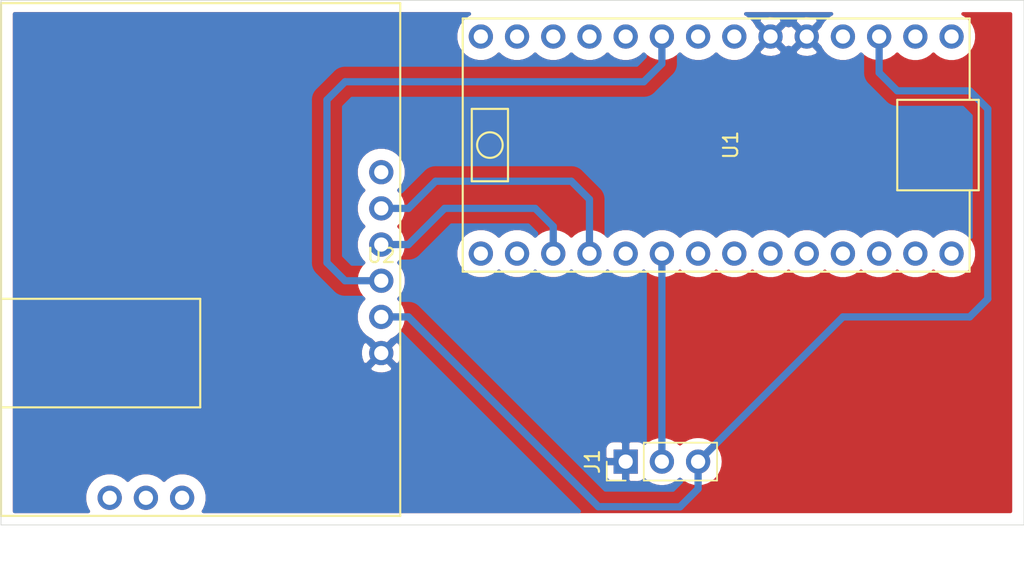
<source format=kicad_pcb>
(kicad_pcb (version 20171130) (host pcbnew "(5.1.0-0)")

  (general
    (thickness 1.6)
    (drawings 4)
    (tracks 31)
    (zones 0)
    (modules 3)
    (nets 7)
  )

  (page A4)
  (layers
    (0 F.Cu signal)
    (31 B.Cu signal)
    (32 B.Adhes user)
    (33 F.Adhes user)
    (34 B.Paste user)
    (35 F.Paste user)
    (36 B.SilkS user)
    (37 F.SilkS user)
    (38 B.Mask user)
    (39 F.Mask user)
    (40 Dwgs.User user)
    (41 Cmts.User user)
    (42 Eco1.User user)
    (43 Eco2.User user)
    (44 Edge.Cuts user)
    (45 Margin user)
    (46 B.CrtYd user)
    (47 F.CrtYd user)
    (48 B.Fab user)
    (49 F.Fab user)
  )

  (setup
    (last_trace_width 0.508)
    (user_trace_width 0.508)
    (trace_clearance 0.2)
    (zone_clearance 0.8)
    (zone_45_only no)
    (trace_min 0.2)
    (via_size 0.8)
    (via_drill 0.4)
    (via_min_size 0.4)
    (via_min_drill 0.3)
    (user_via 1.7 1)
    (uvia_size 0.3)
    (uvia_drill 0.1)
    (uvias_allowed no)
    (uvia_min_size 0.2)
    (uvia_min_drill 0.1)
    (edge_width 0.05)
    (segment_width 0.2)
    (pcb_text_width 0.3)
    (pcb_text_size 1.5 1.5)
    (mod_edge_width 0.12)
    (mod_text_size 1 1)
    (mod_text_width 0.15)
    (pad_size 1.524 1.524)
    (pad_drill 0.762)
    (pad_to_mask_clearance 0.051)
    (solder_mask_min_width 0.25)
    (aux_axis_origin 0 0)
    (visible_elements FFFFEF7F)
    (pcbplotparams
      (layerselection 0x01000_ffffffff)
      (usegerberextensions false)
      (usegerberattributes false)
      (usegerberadvancedattributes false)
      (creategerberjobfile false)
      (excludeedgelayer true)
      (linewidth 0.100000)
      (plotframeref false)
      (viasonmask false)
      (mode 1)
      (useauxorigin false)
      (hpglpennumber 1)
      (hpglpenspeed 20)
      (hpglpendiameter 15.000000)
      (psnegative false)
      (psa4output false)
      (plotreference true)
      (plotvalue true)
      (plotinvisibletext false)
      (padsonsilk false)
      (subtractmaskfromsilk false)
      (outputformat 1)
      (mirror false)
      (drillshape 0)
      (scaleselection 1)
      (outputdirectory ""))
  )

  (net 0 "")
  (net 1 GND)
  (net 2 "Net-(J1-Pad2)")
  (net 3 +3V3)
  (net 4 "Net-(U1-Pad3)")
  (net 5 "Net-(U1-Pad4)")
  (net 6 "Net-(U1-Pad23)")

  (net_class Default "This is the default net class."
    (clearance 0.2)
    (trace_width 0.25)
    (via_dia 0.8)
    (via_drill 0.4)
    (uvia_dia 0.3)
    (uvia_drill 0.1)
    (add_net +3V3)
    (add_net GND)
    (add_net "Net-(J1-Pad2)")
    (add_net "Net-(U1-Pad23)")
    (add_net "Net-(U1-Pad3)")
    (add_net "Net-(U1-Pad4)")
  )

  (module Connector_PinHeader_2.54mm:PinHeader_1x03_P2.54mm_Vertical (layer F.Cu) (tedit 59FED5CC) (tstamp 5CFDD28D)
    (at 153.035 113.665 90)
    (descr "Through hole straight pin header, 1x03, 2.54mm pitch, single row")
    (tags "Through hole pin header THT 1x03 2.54mm single row")
    (path /5CFE4D8F)
    (fp_text reference J1 (at 0 -2.33 90) (layer F.SilkS)
      (effects (font (size 1 1) (thickness 0.15)))
    )
    (fp_text value Conn_01x03_Female (at 0 7.41 90) (layer F.Fab)
      (effects (font (size 1 1) (thickness 0.15)))
    )
    (fp_line (start -0.635 -1.27) (end 1.27 -1.27) (layer F.Fab) (width 0.1))
    (fp_line (start 1.27 -1.27) (end 1.27 6.35) (layer F.Fab) (width 0.1))
    (fp_line (start 1.27 6.35) (end -1.27 6.35) (layer F.Fab) (width 0.1))
    (fp_line (start -1.27 6.35) (end -1.27 -0.635) (layer F.Fab) (width 0.1))
    (fp_line (start -1.27 -0.635) (end -0.635 -1.27) (layer F.Fab) (width 0.1))
    (fp_line (start -1.33 6.41) (end 1.33 6.41) (layer F.SilkS) (width 0.12))
    (fp_line (start -1.33 1.27) (end -1.33 6.41) (layer F.SilkS) (width 0.12))
    (fp_line (start 1.33 1.27) (end 1.33 6.41) (layer F.SilkS) (width 0.12))
    (fp_line (start -1.33 1.27) (end 1.33 1.27) (layer F.SilkS) (width 0.12))
    (fp_line (start -1.33 0) (end -1.33 -1.33) (layer F.SilkS) (width 0.12))
    (fp_line (start -1.33 -1.33) (end 0 -1.33) (layer F.SilkS) (width 0.12))
    (fp_line (start -1.8 -1.8) (end -1.8 6.85) (layer F.CrtYd) (width 0.05))
    (fp_line (start -1.8 6.85) (end 1.8 6.85) (layer F.CrtYd) (width 0.05))
    (fp_line (start 1.8 6.85) (end 1.8 -1.8) (layer F.CrtYd) (width 0.05))
    (fp_line (start 1.8 -1.8) (end -1.8 -1.8) (layer F.CrtYd) (width 0.05))
    (fp_text user %R (at 0 2.54 180) (layer F.Fab)
      (effects (font (size 1 1) (thickness 0.15)))
    )
    (pad 1 thru_hole rect (at 0 0 90) (size 1.7 1.7) (drill 1) (layers *.Cu *.Mask)
      (net 1 GND))
    (pad 2 thru_hole oval (at 0 2.54 90) (size 1.7 1.7) (drill 1) (layers *.Cu *.Mask)
      (net 2 "Net-(J1-Pad2)"))
    (pad 3 thru_hole oval (at 0 5.08 90) (size 1.7 1.7) (drill 1) (layers *.Cu *.Mask)
      (net 3 +3V3))
    (model ${KISYS3DMOD}/Connector_PinHeader_2.54mm.3dshapes/PinHeader_1x03_P2.54mm_Vertical.wrl
      (at (xyz 0 0 0))
      (scale (xyz 1 1 1))
      (rotate (xyz 0 0 0))
    )
  )

  (module "ECG Tile:Adafruit_Metro_Mini_328" (layer F.Cu) (tedit 5CF70130) (tstamp 5CFDD122)
    (at 160.655 91.44 90)
    (path /5CFD74AD)
    (fp_text reference U1 (at 0 -0.254 90) (layer F.SilkS)
      (effects (font (size 1 1) (thickness 0.15)))
    )
    (fp_text value Adafruit_Metro_Mini_328 (at 0 18.288 90) (layer F.Fab)
      (effects (font (size 1 1) (thickness 0.15)))
    )
    (fp_line (start -8.89 -19.05) (end 8.89 -19.05) (layer F.SilkS) (width 0.15))
    (fp_line (start 8.89 -19.05) (end 8.89 16.51) (layer F.SilkS) (width 0.15))
    (fp_line (start -8.89 16.51) (end -8.89 -19.05) (layer F.SilkS) (width 0.15))
    (fp_line (start -3.175 17.145) (end -3.175 11.43) (layer F.SilkS) (width 0.15))
    (fp_line (start -3.175 11.43) (end 3.175 11.43) (layer F.SilkS) (width 0.15))
    (fp_line (start 3.175 11.43) (end 3.175 17.145) (layer F.SilkS) (width 0.15))
    (fp_line (start 3.175 17.145) (end -3.175 17.145) (layer F.SilkS) (width 0.15))
    (fp_line (start -8.89 16.51) (end -3.175 16.51) (layer F.SilkS) (width 0.15))
    (fp_line (start 8.89 16.51) (end 3.175 16.51) (layer F.SilkS) (width 0.15))
    (fp_line (start -2.54 -18.415) (end 2.54 -18.415) (layer F.SilkS) (width 0.15))
    (fp_line (start 2.54 -18.415) (end 2.54 -15.875) (layer F.SilkS) (width 0.15))
    (fp_line (start 2.54 -15.875) (end -2.54 -15.875) (layer F.SilkS) (width 0.15))
    (fp_line (start -2.54 -15.875) (end -2.54 -18.415) (layer F.SilkS) (width 0.15))
    (fp_circle (center 0 -17.145) (end -0.635 -17.78) (layer F.SilkS) (width 0.15))
    (pad 1 thru_hole circle (at -7.62 -17.78 90) (size 1.7 1.7) (drill 1) (layers *.Cu *.Mask))
    (pad 2 thru_hole circle (at -7.62 -15.24 90) (size 1.7 1.7) (drill 1) (layers *.Cu *.Mask))
    (pad 3 thru_hole circle (at -7.62 -12.7 90) (size 1.7 1.7) (drill 1) (layers *.Cu *.Mask)
      (net 4 "Net-(U1-Pad3)"))
    (pad 4 thru_hole circle (at -7.62 -10.16 90) (size 1.7 1.7) (drill 1) (layers *.Cu *.Mask)
      (net 5 "Net-(U1-Pad4)"))
    (pad 5 thru_hole circle (at -7.62 -7.62 90) (size 1.7 1.7) (drill 1) (layers *.Cu *.Mask))
    (pad 6 thru_hole circle (at -7.62 -5.08 90) (size 1.7 1.7) (drill 1) (layers *.Cu *.Mask)
      (net 2 "Net-(J1-Pad2)"))
    (pad 7 thru_hole circle (at -7.62 -2.54 90) (size 1.7 1.7) (drill 1) (layers *.Cu *.Mask))
    (pad 8 thru_hole circle (at -7.62 0 90) (size 1.7 1.7) (drill 1) (layers *.Cu *.Mask))
    (pad 9 thru_hole circle (at -7.62 2.54 90) (size 1.7 1.7) (drill 1) (layers *.Cu *.Mask))
    (pad 10 thru_hole circle (at -7.62 5.08 90) (size 1.7 1.7) (drill 1) (layers *.Cu *.Mask))
    (pad 11 thru_hole circle (at -7.62 7.62 90) (size 1.7 1.7) (drill 1) (layers *.Cu *.Mask))
    (pad 12 thru_hole circle (at -7.62 10.16 90) (size 1.7 1.7) (drill 1) (layers *.Cu *.Mask))
    (pad 13 thru_hole circle (at -7.62 12.7 90) (size 1.7 1.7) (drill 1) (layers *.Cu *.Mask))
    (pad 14 thru_hole circle (at -7.62 15.24 90) (size 1.7 1.7) (drill 1) (layers *.Cu *.Mask))
    (pad 15 thru_hole circle (at 7.62 15.24 90) (size 1.7 1.7) (drill 1) (layers *.Cu *.Mask))
    (pad 16 thru_hole circle (at 7.62 12.7 90) (size 1.7 1.7) (drill 1) (layers *.Cu *.Mask))
    (pad 17 thru_hole circle (at 7.62 10.16 90) (size 1.7 1.7) (drill 1) (layers *.Cu *.Mask)
      (net 3 +3V3))
    (pad 18 thru_hole circle (at 7.62 7.62 90) (size 1.7 1.7) (drill 1) (layers *.Cu *.Mask))
    (pad 19 thru_hole circle (at 7.62 5.08 90) (size 1.7 1.7) (drill 1) (layers *.Cu *.Mask)
      (net 1 GND))
    (pad 20 thru_hole circle (at 7.62 2.54 90) (size 1.7 1.7) (drill 1) (layers *.Cu *.Mask)
      (net 1 GND))
    (pad 21 thru_hole circle (at 7.62 0 90) (size 1.7 1.7) (drill 1) (layers *.Cu *.Mask))
    (pad 22 thru_hole circle (at 7.62 -2.54 90) (size 1.7 1.7) (drill 1) (layers *.Cu *.Mask))
    (pad 23 thru_hole circle (at 7.62 -5.08 90) (size 1.7 1.7) (drill 1) (layers *.Cu *.Mask)
      (net 6 "Net-(U1-Pad23)"))
    (pad 24 thru_hole circle (at 7.62 -7.62 90) (size 1.7 1.7) (drill 1) (layers *.Cu *.Mask))
    (pad 25 thru_hole circle (at 7.62 -10.16 90) (size 1.7 1.7) (drill 1) (layers *.Cu *.Mask))
    (pad 26 thru_hole circle (at 7.62 -12.7 90) (size 1.7 1.7) (drill 1) (layers *.Cu *.Mask))
    (pad 27 thru_hole circle (at 7.62 -15.24 90) (size 1.7 1.7) (drill 1) (layers *.Cu *.Mask))
    (pad 28 thru_hole circle (at 7.62 -17.78 90) (size 1.7 1.7) (drill 1) (layers *.Cu *.Mask))
  )

  (module "ECG Tile:AD8232_Heart_Monitor_Sparkfun_Breakout" (layer F.Cu) (tedit 5CFD7916) (tstamp 5CFDCAE0)
    (at 123.19 99.695 180)
    (path /5CFDAC00)
    (fp_text reference U2 (at -12.7 0.5 180) (layer F.SilkS)
      (effects (font (size 1 1) (thickness 0.15)))
    )
    (fp_text value AD8232_Heart_Monitor_Sparkfun_Breakout (at -6.35 1.27 270) (layer F.Fab)
      (effects (font (size 1 1) (thickness 0.15)))
    )
    (fp_line (start 13.97 -17.78) (end -14.03 -17.78) (layer F.SilkS) (width 0.15))
    (fp_line (start -14.03 -17.78) (end -14.03 18.22) (layer F.SilkS) (width 0.15))
    (fp_line (start -14.03 18.22) (end 13.97 18.22) (layer F.SilkS) (width 0.15))
    (fp_line (start 13.97 18.22) (end 13.97 -17.78) (layer F.SilkS) (width 0.15))
    (fp_line (start 13.97 -10.16) (end 0 -10.16) (layer F.SilkS) (width 0.15))
    (fp_line (start 0 -10.16) (end 0 -2.54) (layer F.SilkS) (width 0.15))
    (fp_line (start 0 -2.54) (end 13.97 -2.54) (layer F.SilkS) (width 0.15))
    (pad 1 thru_hole circle (at -12.7 -6.35 180) (size 1.7 1.7) (drill 1) (layers *.Cu *.Mask)
      (net 1 GND))
    (pad 2 thru_hole circle (at -12.7 -3.81 180) (size 1.7 1.7) (drill 1) (layers *.Cu *.Mask)
      (net 3 +3V3))
    (pad 3 thru_hole circle (at -12.7 -1.27 180) (size 1.7 1.7) (drill 1) (layers *.Cu *.Mask)
      (net 6 "Net-(U1-Pad23)"))
    (pad 4 thru_hole circle (at -12.7 1.27 180) (size 1.7 1.7) (drill 1) (layers *.Cu *.Mask)
      (net 4 "Net-(U1-Pad3)"))
    (pad 5 thru_hole circle (at -12.7 3.81 180) (size 1.7 1.7) (drill 1) (layers *.Cu *.Mask)
      (net 5 "Net-(U1-Pad4)"))
    (pad 6 thru_hole circle (at -12.7 6.35 180) (size 1.7 1.7) (drill 1) (layers *.Cu *.Mask))
    (pad 7 thru_hole circle (at 6.35 -16.51 180) (size 1.7 1.7) (drill 1) (layers *.Cu *.Mask))
    (pad 8 thru_hole circle (at 3.81 -16.51 180) (size 1.7 1.7) (drill 1) (layers *.Cu *.Mask))
    (pad 9 thru_hole circle (at 1.27 -16.51 180) (size 1.7 1.7) (drill 1) (layers *.Cu *.Mask))
  )

  (gr_line (start 109.22 118.11) (end 109.22 81.28) (layer Edge.Cuts) (width 0.05) (tstamp 5CFDD03A))
  (gr_line (start 180.975 118.11) (end 109.22 118.11) (layer Edge.Cuts) (width 0.05) (tstamp 5CFDD31C))
  (gr_line (start 180.975 81.28) (end 180.975 118.11) (layer Edge.Cuts) (width 0.05) (tstamp 5CFDD328))
  (gr_line (start 109.22 81.28) (end 180.975 81.28) (layer Edge.Cuts) (width 0.05) (tstamp 5CFDD31F))

  (segment (start 155.575 99.06) (end 155.575 113.665) (width 0.508) (layer B.Cu) (net 2))
  (segment (start 170.815 86.36) (end 170.815 83.82) (width 0.508) (layer B.Cu) (net 3))
  (segment (start 172.085 87.63) (end 170.815 86.36) (width 0.508) (layer B.Cu) (net 3))
  (segment (start 177.165 87.63) (end 172.085 87.63) (width 0.508) (layer B.Cu) (net 3))
  (segment (start 178.435 88.9) (end 177.165 87.63) (width 0.508) (layer B.Cu) (net 3))
  (segment (start 178.435 102.235) (end 178.435 88.9) (width 0.508) (layer B.Cu) (net 3))
  (segment (start 177.165 103.505) (end 178.435 102.235) (width 0.508) (layer B.Cu) (net 3))
  (segment (start 168.275 103.505) (end 177.165 103.505) (width 0.508) (layer B.Cu) (net 3))
  (segment (start 158.115 113.665) (end 168.275 103.505) (width 0.508) (layer B.Cu) (net 3))
  (segment (start 137.795 103.505) (end 135.89 103.505) (width 0.508) (layer B.Cu) (net 3))
  (segment (start 151.116233 116.826233) (end 137.795 103.505) (width 0.508) (layer B.Cu) (net 3))
  (segment (start 156.845 116.84) (end 151.116233 116.826233) (width 0.508) (layer B.Cu) (net 3))
  (segment (start 158.115 115.57) (end 156.845 116.84) (width 0.508) (layer B.Cu) (net 3))
  (segment (start 158.115 113.665) (end 158.115 115.57) (width 0.508) (layer B.Cu) (net 3))
  (segment (start 137.795 98.425) (end 135.89 98.425) (width 0.508) (layer B.Cu) (net 4))
  (segment (start 140.335 95.885) (end 137.795 98.425) (width 0.508) (layer B.Cu) (net 4))
  (segment (start 146.685 95.885) (end 140.335 95.885) (width 0.508) (layer B.Cu) (net 4))
  (segment (start 147.955 97.155) (end 146.685 95.885) (width 0.508) (layer B.Cu) (net 4))
  (segment (start 147.955 99.06) (end 147.955 97.155) (width 0.508) (layer B.Cu) (net 4))
  (segment (start 149.225 93.98) (end 150.495 95.25) (width 0.508) (layer B.Cu) (net 5))
  (segment (start 139.7 93.98) (end 149.225 93.98) (width 0.508) (layer B.Cu) (net 5))
  (segment (start 137.795 95.885) (end 139.7 93.98) (width 0.508) (layer B.Cu) (net 5))
  (segment (start 150.495 95.25) (end 150.495 99.06) (width 0.508) (layer B.Cu) (net 5))
  (segment (start 135.89 95.885) (end 137.795 95.885) (width 0.508) (layer B.Cu) (net 5))
  (segment (start 135.89 100.965) (end 133.35 100.965) (width 0.508) (layer B.Cu) (net 6))
  (segment (start 133.35 100.965) (end 132.08 99.695) (width 0.508) (layer B.Cu) (net 6))
  (segment (start 132.08 99.695) (end 132.08 88.265) (width 0.508) (layer B.Cu) (net 6))
  (segment (start 132.08 88.265) (end 133.35 86.995) (width 0.508) (layer B.Cu) (net 6))
  (segment (start 133.35 86.995) (end 154.305 86.995) (width 0.508) (layer B.Cu) (net 6))
  (segment (start 155.575 85.725) (end 155.575 83.82) (width 0.508) (layer B.Cu) (net 6))
  (segment (start 154.305 86.995) (end 155.575 85.725) (width 0.508) (layer B.Cu) (net 6))

  (zone (net 1) (net_name GND) (layer F.Cu) (tstamp 5CFDD5E5) (hatch edge 0.508)
    (connect_pads (clearance 0.8))
    (min_thickness 0.254)
    (fill yes (arc_segments 32) (thermal_gap 0.508) (thermal_bridge_width 0.508))
    (polygon
      (pts
        (xy 109.22 81.28) (xy 180.975 81.28) (xy 180.975 118.11) (xy 109.22 118.11)
      )
    )
    (filled_polygon
      (pts
        (xy 142.033275 82.245243) (xy 141.742229 82.439714) (xy 141.494714 82.687229) (xy 141.300243 82.978275) (xy 141.166289 83.301668)
        (xy 141.098 83.644981) (xy 141.098 83.995019) (xy 141.166289 84.338332) (xy 141.300243 84.661725) (xy 141.494714 84.952771)
        (xy 141.742229 85.200286) (xy 142.033275 85.394757) (xy 142.356668 85.528711) (xy 142.699981 85.597) (xy 143.050019 85.597)
        (xy 143.393332 85.528711) (xy 143.716725 85.394757) (xy 144.007771 85.200286) (xy 144.145 85.063057) (xy 144.282229 85.200286)
        (xy 144.573275 85.394757) (xy 144.896668 85.528711) (xy 145.239981 85.597) (xy 145.590019 85.597) (xy 145.933332 85.528711)
        (xy 146.256725 85.394757) (xy 146.547771 85.200286) (xy 146.685 85.063057) (xy 146.822229 85.200286) (xy 147.113275 85.394757)
        (xy 147.436668 85.528711) (xy 147.779981 85.597) (xy 148.130019 85.597) (xy 148.473332 85.528711) (xy 148.796725 85.394757)
        (xy 149.087771 85.200286) (xy 149.225 85.063057) (xy 149.362229 85.200286) (xy 149.653275 85.394757) (xy 149.976668 85.528711)
        (xy 150.319981 85.597) (xy 150.670019 85.597) (xy 151.013332 85.528711) (xy 151.336725 85.394757) (xy 151.627771 85.200286)
        (xy 151.765 85.063057) (xy 151.902229 85.200286) (xy 152.193275 85.394757) (xy 152.516668 85.528711) (xy 152.859981 85.597)
        (xy 153.210019 85.597) (xy 153.553332 85.528711) (xy 153.876725 85.394757) (xy 154.167771 85.200286) (xy 154.305 85.063057)
        (xy 154.442229 85.200286) (xy 154.733275 85.394757) (xy 155.056668 85.528711) (xy 155.399981 85.597) (xy 155.750019 85.597)
        (xy 156.093332 85.528711) (xy 156.416725 85.394757) (xy 156.707771 85.200286) (xy 156.845 85.063057) (xy 156.982229 85.200286)
        (xy 157.273275 85.394757) (xy 157.596668 85.528711) (xy 157.939981 85.597) (xy 158.290019 85.597) (xy 158.633332 85.528711)
        (xy 158.956725 85.394757) (xy 159.247771 85.200286) (xy 159.385 85.063057) (xy 159.522229 85.200286) (xy 159.813275 85.394757)
        (xy 160.136668 85.528711) (xy 160.479981 85.597) (xy 160.830019 85.597) (xy 161.173332 85.528711) (xy 161.496725 85.394757)
        (xy 161.787771 85.200286) (xy 162.035286 84.952771) (xy 162.105026 84.848397) (xy 162.346208 84.848397) (xy 162.423843 85.097472)
        (xy 162.687883 85.223371) (xy 162.971411 85.295339) (xy 163.263531 85.310611) (xy 163.553019 85.268599) (xy 163.828747 85.170919)
        (xy 163.966157 85.097472) (xy 164.043792 84.848397) (xy 164.886208 84.848397) (xy 164.963843 85.097472) (xy 165.227883 85.223371)
        (xy 165.511411 85.295339) (xy 165.803531 85.310611) (xy 166.093019 85.268599) (xy 166.368747 85.170919) (xy 166.506157 85.097472)
        (xy 166.583792 84.848397) (xy 165.735 83.999605) (xy 164.886208 84.848397) (xy 164.043792 84.848397) (xy 163.195 83.999605)
        (xy 162.346208 84.848397) (xy 162.105026 84.848397) (xy 162.229757 84.661725) (xy 162.269417 84.565978) (xy 163.015395 83.82)
        (xy 163.374605 83.82) (xy 164.223397 84.668792) (xy 164.465 84.593486) (xy 164.706603 84.668792) (xy 165.555395 83.82)
        (xy 164.706603 82.971208) (xy 164.465 83.046514) (xy 164.223397 82.971208) (xy 163.374605 83.82) (xy 163.015395 83.82)
        (xy 162.269417 83.074022) (xy 162.229757 82.978275) (xy 162.105027 82.791603) (xy 162.346208 82.791603) (xy 163.195 83.640395)
        (xy 164.043792 82.791603) (xy 164.886208 82.791603) (xy 165.735 83.640395) (xy 166.583792 82.791603) (xy 166.506157 82.542528)
        (xy 166.242117 82.416629) (xy 165.958589 82.344661) (xy 165.666469 82.329389) (xy 165.376981 82.371401) (xy 165.101253 82.469081)
        (xy 164.963843 82.542528) (xy 164.886208 82.791603) (xy 164.043792 82.791603) (xy 163.966157 82.542528) (xy 163.702117 82.416629)
        (xy 163.418589 82.344661) (xy 163.126469 82.329389) (xy 162.836981 82.371401) (xy 162.561253 82.469081) (xy 162.423843 82.542528)
        (xy 162.346208 82.791603) (xy 162.105027 82.791603) (xy 162.035286 82.687229) (xy 161.787771 82.439714) (xy 161.496725 82.245243)
        (xy 161.464754 82.232) (xy 167.465246 82.232) (xy 167.433275 82.245243) (xy 167.142229 82.439714) (xy 166.894714 82.687229)
        (xy 166.700243 82.978275) (xy 166.660583 83.074022) (xy 165.914605 83.82) (xy 166.660583 84.565978) (xy 166.700243 84.661725)
        (xy 166.894714 84.952771) (xy 167.142229 85.200286) (xy 167.433275 85.394757) (xy 167.756668 85.528711) (xy 168.099981 85.597)
        (xy 168.450019 85.597) (xy 168.793332 85.528711) (xy 169.116725 85.394757) (xy 169.407771 85.200286) (xy 169.545 85.063057)
        (xy 169.682229 85.200286) (xy 169.973275 85.394757) (xy 170.296668 85.528711) (xy 170.639981 85.597) (xy 170.990019 85.597)
        (xy 171.333332 85.528711) (xy 171.656725 85.394757) (xy 171.947771 85.200286) (xy 172.085 85.063057) (xy 172.222229 85.200286)
        (xy 172.513275 85.394757) (xy 172.836668 85.528711) (xy 173.179981 85.597) (xy 173.530019 85.597) (xy 173.873332 85.528711)
        (xy 174.196725 85.394757) (xy 174.487771 85.200286) (xy 174.625 85.063057) (xy 174.762229 85.200286) (xy 175.053275 85.394757)
        (xy 175.376668 85.528711) (xy 175.719981 85.597) (xy 176.070019 85.597) (xy 176.413332 85.528711) (xy 176.736725 85.394757)
        (xy 177.027771 85.200286) (xy 177.275286 84.952771) (xy 177.469757 84.661725) (xy 177.603711 84.338332) (xy 177.672 83.995019)
        (xy 177.672 83.644981) (xy 177.603711 83.301668) (xy 177.469757 82.978275) (xy 177.275286 82.687229) (xy 177.027771 82.439714)
        (xy 176.736725 82.245243) (xy 176.704754 82.232) (xy 180.023 82.232) (xy 180.023001 117.158) (xy 123.420405 117.158)
        (xy 123.494757 117.046725) (xy 123.628711 116.723332) (xy 123.697 116.380019) (xy 123.697 116.029981) (xy 123.628711 115.686668)
        (xy 123.494757 115.363275) (xy 123.300286 115.072229) (xy 123.052771 114.824714) (xy 122.761725 114.630243) (xy 122.483505 114.515)
        (xy 151.546928 114.515) (xy 151.559188 114.639482) (xy 151.595498 114.75918) (xy 151.654463 114.869494) (xy 151.733815 114.966185)
        (xy 151.830506 115.045537) (xy 151.94082 115.104502) (xy 152.060518 115.140812) (xy 152.185 115.153072) (xy 152.74925 115.15)
        (xy 152.908 114.99125) (xy 152.908 113.792) (xy 151.70875 113.792) (xy 151.55 113.95075) (xy 151.546928 114.515)
        (xy 122.483505 114.515) (xy 122.438332 114.496289) (xy 122.095019 114.428) (xy 121.744981 114.428) (xy 121.401668 114.496289)
        (xy 121.078275 114.630243) (xy 120.787229 114.824714) (xy 120.65 114.961943) (xy 120.512771 114.824714) (xy 120.221725 114.630243)
        (xy 119.898332 114.496289) (xy 119.555019 114.428) (xy 119.204981 114.428) (xy 118.861668 114.496289) (xy 118.538275 114.630243)
        (xy 118.247229 114.824714) (xy 118.11 114.961943) (xy 117.972771 114.824714) (xy 117.681725 114.630243) (xy 117.358332 114.496289)
        (xy 117.015019 114.428) (xy 116.664981 114.428) (xy 116.321668 114.496289) (xy 115.998275 114.630243) (xy 115.707229 114.824714)
        (xy 115.459714 115.072229) (xy 115.265243 115.363275) (xy 115.131289 115.686668) (xy 115.063 116.029981) (xy 115.063 116.380019)
        (xy 115.131289 116.723332) (xy 115.265243 117.046725) (xy 115.339595 117.158) (xy 110.172 117.158) (xy 110.172 112.815)
        (xy 151.546928 112.815) (xy 151.55 113.37925) (xy 151.70875 113.538) (xy 152.908 113.538) (xy 152.908 112.33875)
        (xy 153.162 112.33875) (xy 153.162 113.538) (xy 153.182 113.538) (xy 153.182 113.792) (xy 153.162 113.792)
        (xy 153.162 114.99125) (xy 153.32075 115.15) (xy 153.885 115.153072) (xy 154.009482 115.140812) (xy 154.12918 115.104502)
        (xy 154.239494 115.045537) (xy 154.336185 114.966185) (xy 154.345527 114.954801) (xy 154.582975 115.14967) (xy 154.891681 115.314677)
        (xy 155.226647 115.416288) (xy 155.487704 115.442) (xy 155.662296 115.442) (xy 155.923353 115.416288) (xy 156.258319 115.314677)
        (xy 156.567025 115.14967) (xy 156.837608 114.927608) (xy 156.845 114.918601) (xy 156.852392 114.927608) (xy 157.122975 115.14967)
        (xy 157.431681 115.314677) (xy 157.766647 115.416288) (xy 158.027704 115.442) (xy 158.202296 115.442) (xy 158.463353 115.416288)
        (xy 158.798319 115.314677) (xy 159.107025 115.14967) (xy 159.377608 114.927608) (xy 159.59967 114.657025) (xy 159.764677 114.348319)
        (xy 159.866288 114.013353) (xy 159.900598 113.665) (xy 159.866288 113.316647) (xy 159.764677 112.981681) (xy 159.59967 112.672975)
        (xy 159.377608 112.402392) (xy 159.107025 112.18033) (xy 158.798319 112.015323) (xy 158.463353 111.913712) (xy 158.202296 111.888)
        (xy 158.027704 111.888) (xy 157.766647 111.913712) (xy 157.431681 112.015323) (xy 157.122975 112.18033) (xy 156.852392 112.402392)
        (xy 156.845 112.411399) (xy 156.837608 112.402392) (xy 156.567025 112.18033) (xy 156.258319 112.015323) (xy 155.923353 111.913712)
        (xy 155.662296 111.888) (xy 155.487704 111.888) (xy 155.226647 111.913712) (xy 154.891681 112.015323) (xy 154.582975 112.18033)
        (xy 154.345527 112.375199) (xy 154.336185 112.363815) (xy 154.239494 112.284463) (xy 154.12918 112.225498) (xy 154.009482 112.189188)
        (xy 153.885 112.176928) (xy 153.32075 112.18) (xy 153.162 112.33875) (xy 152.908 112.33875) (xy 152.74925 112.18)
        (xy 152.185 112.176928) (xy 152.060518 112.189188) (xy 151.94082 112.225498) (xy 151.830506 112.284463) (xy 151.733815 112.363815)
        (xy 151.654463 112.460506) (xy 151.595498 112.57082) (xy 151.559188 112.690518) (xy 151.546928 112.815) (xy 110.172 112.815)
        (xy 110.172 107.073397) (xy 135.041208 107.073397) (xy 135.118843 107.322472) (xy 135.382883 107.448371) (xy 135.666411 107.520339)
        (xy 135.958531 107.535611) (xy 136.248019 107.493599) (xy 136.523747 107.395919) (xy 136.661157 107.322472) (xy 136.738792 107.073397)
        (xy 135.89 106.224605) (xy 135.041208 107.073397) (xy 110.172 107.073397) (xy 110.172 106.113531) (xy 134.399389 106.113531)
        (xy 134.441401 106.403019) (xy 134.539081 106.678747) (xy 134.612528 106.816157) (xy 134.861603 106.893792) (xy 135.710395 106.045)
        (xy 136.069605 106.045) (xy 136.918397 106.893792) (xy 137.167472 106.816157) (xy 137.293371 106.552117) (xy 137.365339 106.268589)
        (xy 137.380611 105.976469) (xy 137.338599 105.686981) (xy 137.240919 105.411253) (xy 137.167472 105.273843) (xy 136.918397 105.196208)
        (xy 136.069605 106.045) (xy 135.710395 106.045) (xy 134.861603 105.196208) (xy 134.612528 105.273843) (xy 134.486629 105.537883)
        (xy 134.414661 105.821411) (xy 134.399389 106.113531) (xy 110.172 106.113531) (xy 110.172 93.169981) (xy 134.113 93.169981)
        (xy 134.113 93.520019) (xy 134.181289 93.863332) (xy 134.315243 94.186725) (xy 134.509714 94.477771) (xy 134.646943 94.615)
        (xy 134.509714 94.752229) (xy 134.315243 95.043275) (xy 134.181289 95.366668) (xy 134.113 95.709981) (xy 134.113 96.060019)
        (xy 134.181289 96.403332) (xy 134.315243 96.726725) (xy 134.509714 97.017771) (xy 134.646943 97.155) (xy 134.509714 97.292229)
        (xy 134.315243 97.583275) (xy 134.181289 97.906668) (xy 134.113 98.249981) (xy 134.113 98.600019) (xy 134.181289 98.943332)
        (xy 134.315243 99.266725) (xy 134.509714 99.557771) (xy 134.646943 99.695) (xy 134.509714 99.832229) (xy 134.315243 100.123275)
        (xy 134.181289 100.446668) (xy 134.113 100.789981) (xy 134.113 101.140019) (xy 134.181289 101.483332) (xy 134.315243 101.806725)
        (xy 134.509714 102.097771) (xy 134.646943 102.235) (xy 134.509714 102.372229) (xy 134.315243 102.663275) (xy 134.181289 102.986668)
        (xy 134.113 103.329981) (xy 134.113 103.680019) (xy 134.181289 104.023332) (xy 134.315243 104.346725) (xy 134.509714 104.637771)
        (xy 134.757229 104.885286) (xy 135.048275 105.079757) (xy 135.144022 105.119417) (xy 135.89 105.865395) (xy 136.635978 105.119417)
        (xy 136.731725 105.079757) (xy 137.022771 104.885286) (xy 137.270286 104.637771) (xy 137.464757 104.346725) (xy 137.598711 104.023332)
        (xy 137.667 103.680019) (xy 137.667 103.329981) (xy 137.598711 102.986668) (xy 137.464757 102.663275) (xy 137.270286 102.372229)
        (xy 137.133057 102.235) (xy 137.270286 102.097771) (xy 137.464757 101.806725) (xy 137.598711 101.483332) (xy 137.667 101.140019)
        (xy 137.667 100.789981) (xy 137.598711 100.446668) (xy 137.464757 100.123275) (xy 137.270286 99.832229) (xy 137.133057 99.695)
        (xy 137.270286 99.557771) (xy 137.464757 99.266725) (xy 137.598711 98.943332) (xy 137.610317 98.884981) (xy 141.098 98.884981)
        (xy 141.098 99.235019) (xy 141.166289 99.578332) (xy 141.300243 99.901725) (xy 141.494714 100.192771) (xy 141.742229 100.440286)
        (xy 142.033275 100.634757) (xy 142.356668 100.768711) (xy 142.699981 100.837) (xy 143.050019 100.837) (xy 143.393332 100.768711)
        (xy 143.716725 100.634757) (xy 144.007771 100.440286) (xy 144.145 100.303057) (xy 144.282229 100.440286) (xy 144.573275 100.634757)
        (xy 144.896668 100.768711) (xy 145.239981 100.837) (xy 145.590019 100.837) (xy 145.933332 100.768711) (xy 146.256725 100.634757)
        (xy 146.547771 100.440286) (xy 146.685 100.303057) (xy 146.822229 100.440286) (xy 147.113275 100.634757) (xy 147.436668 100.768711)
        (xy 147.779981 100.837) (xy 148.130019 100.837) (xy 148.473332 100.768711) (xy 148.796725 100.634757) (xy 149.087771 100.440286)
        (xy 149.225 100.303057) (xy 149.362229 100.440286) (xy 149.653275 100.634757) (xy 149.976668 100.768711) (xy 150.319981 100.837)
        (xy 150.670019 100.837) (xy 151.013332 100.768711) (xy 151.336725 100.634757) (xy 151.627771 100.440286) (xy 151.765 100.303057)
        (xy 151.902229 100.440286) (xy 152.193275 100.634757) (xy 152.516668 100.768711) (xy 152.859981 100.837) (xy 153.210019 100.837)
        (xy 153.553332 100.768711) (xy 153.876725 100.634757) (xy 154.167771 100.440286) (xy 154.305 100.303057) (xy 154.442229 100.440286)
        (xy 154.733275 100.634757) (xy 155.056668 100.768711) (xy 155.399981 100.837) (xy 155.750019 100.837) (xy 156.093332 100.768711)
        (xy 156.416725 100.634757) (xy 156.707771 100.440286) (xy 156.845 100.303057) (xy 156.982229 100.440286) (xy 157.273275 100.634757)
        (xy 157.596668 100.768711) (xy 157.939981 100.837) (xy 158.290019 100.837) (xy 158.633332 100.768711) (xy 158.956725 100.634757)
        (xy 159.247771 100.440286) (xy 159.385 100.303057) (xy 159.522229 100.440286) (xy 159.813275 100.634757) (xy 160.136668 100.768711)
        (xy 160.479981 100.837) (xy 160.830019 100.837) (xy 161.173332 100.768711) (xy 161.496725 100.634757) (xy 161.787771 100.440286)
        (xy 161.925 100.303057) (xy 162.062229 100.440286) (xy 162.353275 100.634757) (xy 162.676668 100.768711) (xy 163.019981 100.837)
        (xy 163.370019 100.837) (xy 163.713332 100.768711) (xy 164.036725 100.634757) (xy 164.327771 100.440286) (xy 164.465 100.303057)
        (xy 164.602229 100.440286) (xy 164.893275 100.634757) (xy 165.216668 100.768711) (xy 165.559981 100.837) (xy 165.910019 100.837)
        (xy 166.253332 100.768711) (xy 166.576725 100.634757) (xy 166.867771 100.440286) (xy 167.005 100.303057) (xy 167.142229 100.440286)
        (xy 167.433275 100.634757) (xy 167.756668 100.768711) (xy 168.099981 100.837) (xy 168.450019 100.837) (xy 168.793332 100.768711)
        (xy 169.116725 100.634757) (xy 169.407771 100.440286) (xy 169.545 100.303057) (xy 169.682229 100.440286) (xy 169.973275 100.634757)
        (xy 170.296668 100.768711) (xy 170.639981 100.837) (xy 170.990019 100.837) (xy 171.333332 100.768711) (xy 171.656725 100.634757)
        (xy 171.947771 100.440286) (xy 172.085 100.303057) (xy 172.222229 100.440286) (xy 172.513275 100.634757) (xy 172.836668 100.768711)
        (xy 173.179981 100.837) (xy 173.530019 100.837) (xy 173.873332 100.768711) (xy 174.196725 100.634757) (xy 174.487771 100.440286)
        (xy 174.625 100.303057) (xy 174.762229 100.440286) (xy 175.053275 100.634757) (xy 175.376668 100.768711) (xy 175.719981 100.837)
        (xy 176.070019 100.837) (xy 176.413332 100.768711) (xy 176.736725 100.634757) (xy 177.027771 100.440286) (xy 177.275286 100.192771)
        (xy 177.469757 99.901725) (xy 177.603711 99.578332) (xy 177.672 99.235019) (xy 177.672 98.884981) (xy 177.603711 98.541668)
        (xy 177.469757 98.218275) (xy 177.275286 97.927229) (xy 177.027771 97.679714) (xy 176.736725 97.485243) (xy 176.413332 97.351289)
        (xy 176.070019 97.283) (xy 175.719981 97.283) (xy 175.376668 97.351289) (xy 175.053275 97.485243) (xy 174.762229 97.679714)
        (xy 174.625 97.816943) (xy 174.487771 97.679714) (xy 174.196725 97.485243) (xy 173.873332 97.351289) (xy 173.530019 97.283)
        (xy 173.179981 97.283) (xy 172.836668 97.351289) (xy 172.513275 97.485243) (xy 172.222229 97.679714) (xy 172.085 97.816943)
        (xy 171.947771 97.679714) (xy 171.656725 97.485243) (xy 171.333332 97.351289) (xy 170.990019 97.283) (xy 170.639981 97.283)
        (xy 170.296668 97.351289) (xy 169.973275 97.485243) (xy 169.682229 97.679714) (xy 169.545 97.816943) (xy 169.407771 97.679714)
        (xy 169.116725 97.485243) (xy 168.793332 97.351289) (xy 168.450019 97.283) (xy 168.099981 97.283) (xy 167.756668 97.351289)
        (xy 167.433275 97.485243) (xy 167.142229 97.679714) (xy 167.005 97.816943) (xy 166.867771 97.679714) (xy 166.576725 97.485243)
        (xy 166.253332 97.351289) (xy 165.910019 97.283) (xy 165.559981 97.283) (xy 165.216668 97.351289) (xy 164.893275 97.485243)
        (xy 164.602229 97.679714) (xy 164.465 97.816943) (xy 164.327771 97.679714) (xy 164.036725 97.485243) (xy 163.713332 97.351289)
        (xy 163.370019 97.283) (xy 163.019981 97.283) (xy 162.676668 97.351289) (xy 162.353275 97.485243) (xy 162.062229 97.679714)
        (xy 161.925 97.816943) (xy 161.787771 97.679714) (xy 161.496725 97.485243) (xy 161.173332 97.351289) (xy 160.830019 97.283)
        (xy 160.479981 97.283) (xy 160.136668 97.351289) (xy 159.813275 97.485243) (xy 159.522229 97.679714) (xy 159.385 97.816943)
        (xy 159.247771 97.679714) (xy 158.956725 97.485243) (xy 158.633332 97.351289) (xy 158.290019 97.283) (xy 157.939981 97.283)
        (xy 157.596668 97.351289) (xy 157.273275 97.485243) (xy 156.982229 97.679714) (xy 156.845 97.816943) (xy 156.707771 97.679714)
        (xy 156.416725 97.485243) (xy 156.093332 97.351289) (xy 155.750019 97.283) (xy 155.399981 97.283) (xy 155.056668 97.351289)
        (xy 154.733275 97.485243) (xy 154.442229 97.679714) (xy 154.305 97.816943) (xy 154.167771 97.679714) (xy 153.876725 97.485243)
        (xy 153.553332 97.351289) (xy 153.210019 97.283) (xy 152.859981 97.283) (xy 152.516668 97.351289) (xy 152.193275 97.485243)
        (xy 151.902229 97.679714) (xy 151.765 97.816943) (xy 151.627771 97.679714) (xy 151.336725 97.485243) (xy 151.013332 97.351289)
        (xy 150.670019 97.283) (xy 150.319981 97.283) (xy 149.976668 97.351289) (xy 149.653275 97.485243) (xy 149.362229 97.679714)
        (xy 149.225 97.816943) (xy 149.087771 97.679714) (xy 148.796725 97.485243) (xy 148.473332 97.351289) (xy 148.130019 97.283)
        (xy 147.779981 97.283) (xy 147.436668 97.351289) (xy 147.113275 97.485243) (xy 146.822229 97.679714) (xy 146.685 97.816943)
        (xy 146.547771 97.679714) (xy 146.256725 97.485243) (xy 145.933332 97.351289) (xy 145.590019 97.283) (xy 145.239981 97.283)
        (xy 144.896668 97.351289) (xy 144.573275 97.485243) (xy 144.282229 97.679714) (xy 144.145 97.816943) (xy 144.007771 97.679714)
        (xy 143.716725 97.485243) (xy 143.393332 97.351289) (xy 143.050019 97.283) (xy 142.699981 97.283) (xy 142.356668 97.351289)
        (xy 142.033275 97.485243) (xy 141.742229 97.679714) (xy 141.494714 97.927229) (xy 141.300243 98.218275) (xy 141.166289 98.541668)
        (xy 141.098 98.884981) (xy 137.610317 98.884981) (xy 137.667 98.600019) (xy 137.667 98.249981) (xy 137.598711 97.906668)
        (xy 137.464757 97.583275) (xy 137.270286 97.292229) (xy 137.133057 97.155) (xy 137.270286 97.017771) (xy 137.464757 96.726725)
        (xy 137.598711 96.403332) (xy 137.667 96.060019) (xy 137.667 95.709981) (xy 137.598711 95.366668) (xy 137.464757 95.043275)
        (xy 137.270286 94.752229) (xy 137.133057 94.615) (xy 137.270286 94.477771) (xy 137.464757 94.186725) (xy 137.598711 93.863332)
        (xy 137.667 93.520019) (xy 137.667 93.169981) (xy 137.598711 92.826668) (xy 137.464757 92.503275) (xy 137.270286 92.212229)
        (xy 137.022771 91.964714) (xy 136.731725 91.770243) (xy 136.408332 91.636289) (xy 136.065019 91.568) (xy 135.714981 91.568)
        (xy 135.371668 91.636289) (xy 135.048275 91.770243) (xy 134.757229 91.964714) (xy 134.509714 92.212229) (xy 134.315243 92.503275)
        (xy 134.181289 92.826668) (xy 134.113 93.169981) (xy 110.172 93.169981) (xy 110.172 82.232) (xy 142.065246 82.232)
      )
    )
  )
  (zone (net 1) (net_name GND) (layer B.Cu) (tstamp 5CFDD5E2) (hatch edge 0.508)
    (connect_pads (clearance 0.8))
    (min_thickness 0.254)
    (fill yes (arc_segments 32) (thermal_gap 0.508) (thermal_bridge_width 0.508))
    (polygon
      (pts
        (xy 109.22 81.28) (xy 180.975 81.28) (xy 180.975 118.11) (xy 109.22 118.11)
      )
    )
    (filled_polygon
      (pts
        (xy 142.033275 82.245243) (xy 141.742229 82.439714) (xy 141.494714 82.687229) (xy 141.300243 82.978275) (xy 141.166289 83.301668)
        (xy 141.098 83.644981) (xy 141.098 83.995019) (xy 141.166289 84.338332) (xy 141.300243 84.661725) (xy 141.494714 84.952771)
        (xy 141.742229 85.200286) (xy 142.033275 85.394757) (xy 142.356668 85.528711) (xy 142.699981 85.597) (xy 143.050019 85.597)
        (xy 143.393332 85.528711) (xy 143.716725 85.394757) (xy 144.007771 85.200286) (xy 144.145 85.063057) (xy 144.282229 85.200286)
        (xy 144.573275 85.394757) (xy 144.896668 85.528711) (xy 145.239981 85.597) (xy 145.590019 85.597) (xy 145.933332 85.528711)
        (xy 146.256725 85.394757) (xy 146.547771 85.200286) (xy 146.685 85.063057) (xy 146.822229 85.200286) (xy 147.113275 85.394757)
        (xy 147.436668 85.528711) (xy 147.779981 85.597) (xy 148.130019 85.597) (xy 148.473332 85.528711) (xy 148.796725 85.394757)
        (xy 149.087771 85.200286) (xy 149.225 85.063057) (xy 149.362229 85.200286) (xy 149.653275 85.394757) (xy 149.976668 85.528711)
        (xy 150.319981 85.597) (xy 150.670019 85.597) (xy 151.013332 85.528711) (xy 151.336725 85.394757) (xy 151.627771 85.200286)
        (xy 151.765 85.063057) (xy 151.902229 85.200286) (xy 152.193275 85.394757) (xy 152.516668 85.528711) (xy 152.859981 85.597)
        (xy 153.210019 85.597) (xy 153.553332 85.528711) (xy 153.876725 85.394757) (xy 154.167771 85.200286) (xy 154.305 85.063057)
        (xy 154.394 85.152057) (xy 154.394 85.235814) (xy 153.815815 85.814) (xy 133.408013 85.814) (xy 133.349999 85.808286)
        (xy 133.291985 85.814) (xy 133.291984 85.814) (xy 133.118484 85.831088) (xy 132.895864 85.898619) (xy 132.690697 86.008283)
        (xy 132.510866 86.155866) (xy 132.473878 86.200936) (xy 131.285936 87.388879) (xy 131.240867 87.425866) (xy 131.160403 87.523912)
        (xy 131.093284 87.605697) (xy 130.983619 87.810865) (xy 130.916089 88.033484) (xy 130.893286 88.265) (xy 130.899001 88.323024)
        (xy 130.899 99.636986) (xy 130.893286 99.695) (xy 130.899 99.753014) (xy 130.899 99.753015) (xy 130.916088 99.926515)
        (xy 130.983619 100.149135) (xy 131.093283 100.354302) (xy 131.240866 100.534134) (xy 131.285941 100.571126) (xy 132.473878 101.759064)
        (xy 132.510866 101.804134) (xy 132.690697 101.951717) (xy 132.895864 102.061381) (xy 133.118484 102.128912) (xy 133.291984 102.146)
        (xy 133.291985 102.146) (xy 133.349999 102.151714) (xy 133.408013 102.146) (xy 134.557943 102.146) (xy 134.646943 102.235)
        (xy 134.509714 102.372229) (xy 134.315243 102.663275) (xy 134.181289 102.986668) (xy 134.113 103.329981) (xy 134.113 103.680019)
        (xy 134.181289 104.023332) (xy 134.315243 104.346725) (xy 134.509714 104.637771) (xy 134.757229 104.885286) (xy 135.048275 105.079757)
        (xy 135.144022 105.119417) (xy 135.89 105.865395) (xy 136.635978 105.119417) (xy 136.731725 105.079757) (xy 137.022771 104.885286)
        (xy 137.222057 104.686) (xy 137.305815 104.686) (xy 149.777814 117.158) (xy 123.420405 117.158) (xy 123.494757 117.046725)
        (xy 123.628711 116.723332) (xy 123.697 116.380019) (xy 123.697 116.029981) (xy 123.628711 115.686668) (xy 123.494757 115.363275)
        (xy 123.300286 115.072229) (xy 123.052771 114.824714) (xy 122.761725 114.630243) (xy 122.438332 114.496289) (xy 122.095019 114.428)
        (xy 121.744981 114.428) (xy 121.401668 114.496289) (xy 121.078275 114.630243) (xy 120.787229 114.824714) (xy 120.65 114.961943)
        (xy 120.512771 114.824714) (xy 120.221725 114.630243) (xy 119.898332 114.496289) (xy 119.555019 114.428) (xy 119.204981 114.428)
        (xy 118.861668 114.496289) (xy 118.538275 114.630243) (xy 118.247229 114.824714) (xy 118.11 114.961943) (xy 117.972771 114.824714)
        (xy 117.681725 114.630243) (xy 117.358332 114.496289) (xy 117.015019 114.428) (xy 116.664981 114.428) (xy 116.321668 114.496289)
        (xy 115.998275 114.630243) (xy 115.707229 114.824714) (xy 115.459714 115.072229) (xy 115.265243 115.363275) (xy 115.131289 115.686668)
        (xy 115.063 116.029981) (xy 115.063 116.380019) (xy 115.131289 116.723332) (xy 115.265243 117.046725) (xy 115.339595 117.158)
        (xy 110.172 117.158) (xy 110.172 107.073397) (xy 135.041208 107.073397) (xy 135.118843 107.322472) (xy 135.382883 107.448371)
        (xy 135.666411 107.520339) (xy 135.958531 107.535611) (xy 136.248019 107.493599) (xy 136.523747 107.395919) (xy 136.661157 107.322472)
        (xy 136.738792 107.073397) (xy 135.89 106.224605) (xy 135.041208 107.073397) (xy 110.172 107.073397) (xy 110.172 106.113531)
        (xy 134.399389 106.113531) (xy 134.441401 106.403019) (xy 134.539081 106.678747) (xy 134.612528 106.816157) (xy 134.861603 106.893792)
        (xy 135.710395 106.045) (xy 136.069605 106.045) (xy 136.918397 106.893792) (xy 137.167472 106.816157) (xy 137.293371 106.552117)
        (xy 137.365339 106.268589) (xy 137.380611 105.976469) (xy 137.338599 105.686981) (xy 137.240919 105.411253) (xy 137.167472 105.273843)
        (xy 136.918397 105.196208) (xy 136.069605 106.045) (xy 135.710395 106.045) (xy 134.861603 105.196208) (xy 134.612528 105.273843)
        (xy 134.486629 105.537883) (xy 134.414661 105.821411) (xy 134.399389 106.113531) (xy 110.172 106.113531) (xy 110.172 82.232)
        (xy 142.065246 82.232)
      )
    )
    (filled_polygon
      (pts
        (xy 146.774001 97.644186) (xy 146.774001 97.727942) (xy 146.685 97.816943) (xy 146.547771 97.679714) (xy 146.256725 97.485243)
        (xy 145.933332 97.351289) (xy 145.590019 97.283) (xy 145.239981 97.283) (xy 144.896668 97.351289) (xy 144.573275 97.485243)
        (xy 144.282229 97.679714) (xy 144.145 97.816943) (xy 144.007771 97.679714) (xy 143.716725 97.485243) (xy 143.393332 97.351289)
        (xy 143.050019 97.283) (xy 142.699981 97.283) (xy 142.356668 97.351289) (xy 142.033275 97.485243) (xy 141.742229 97.679714)
        (xy 141.494714 97.927229) (xy 141.300243 98.218275) (xy 141.166289 98.541668) (xy 141.098 98.884981) (xy 141.098 99.235019)
        (xy 141.166289 99.578332) (xy 141.300243 99.901725) (xy 141.494714 100.192771) (xy 141.742229 100.440286) (xy 142.033275 100.634757)
        (xy 142.356668 100.768711) (xy 142.699981 100.837) (xy 143.050019 100.837) (xy 143.393332 100.768711) (xy 143.716725 100.634757)
        (xy 144.007771 100.440286) (xy 144.145 100.303057) (xy 144.282229 100.440286) (xy 144.573275 100.634757) (xy 144.896668 100.768711)
        (xy 145.239981 100.837) (xy 145.590019 100.837) (xy 145.933332 100.768711) (xy 146.256725 100.634757) (xy 146.547771 100.440286)
        (xy 146.685 100.303057) (xy 146.822229 100.440286) (xy 147.113275 100.634757) (xy 147.436668 100.768711) (xy 147.779981 100.837)
        (xy 148.130019 100.837) (xy 148.473332 100.768711) (xy 148.796725 100.634757) (xy 149.087771 100.440286) (xy 149.225 100.303057)
        (xy 149.362229 100.440286) (xy 149.653275 100.634757) (xy 149.976668 100.768711) (xy 150.319981 100.837) (xy 150.670019 100.837)
        (xy 151.013332 100.768711) (xy 151.336725 100.634757) (xy 151.627771 100.440286) (xy 151.765 100.303057) (xy 151.902229 100.440286)
        (xy 152.193275 100.634757) (xy 152.516668 100.768711) (xy 152.859981 100.837) (xy 153.210019 100.837) (xy 153.553332 100.768711)
        (xy 153.876725 100.634757) (xy 154.167771 100.440286) (xy 154.305 100.303057) (xy 154.394 100.392057) (xy 154.394001 112.335417)
        (xy 154.345527 112.375199) (xy 154.336185 112.363815) (xy 154.239494 112.284463) (xy 154.12918 112.225498) (xy 154.009482 112.189188)
        (xy 153.885 112.176928) (xy 153.32075 112.18) (xy 153.162 112.33875) (xy 153.162 113.538) (xy 153.182 113.538)
        (xy 153.182 113.792) (xy 153.162 113.792) (xy 153.162 114.99125) (xy 153.32075 115.15) (xy 153.885 115.153072)
        (xy 154.009482 115.140812) (xy 154.12918 115.104502) (xy 154.239494 115.045537) (xy 154.336185 114.966185) (xy 154.345527 114.954801)
        (xy 154.582975 115.14967) (xy 154.891681 115.314677) (xy 155.226647 115.416288) (xy 155.487704 115.442) (xy 155.662296 115.442)
        (xy 155.923353 115.416288) (xy 156.258319 115.314677) (xy 156.567025 115.14967) (xy 156.837608 114.927608) (xy 156.845 114.918601)
        (xy 156.852392 114.927608) (xy 156.934001 114.994583) (xy 156.934001 115.080814) (xy 156.356991 115.657824) (xy 151.606594 115.646408)
        (xy 150.475186 114.515) (xy 151.546928 114.515) (xy 151.559188 114.639482) (xy 151.595498 114.75918) (xy 151.654463 114.869494)
        (xy 151.733815 114.966185) (xy 151.830506 115.045537) (xy 151.94082 115.104502) (xy 152.060518 115.140812) (xy 152.185 115.153072)
        (xy 152.74925 115.15) (xy 152.908 114.99125) (xy 152.908 113.792) (xy 151.70875 113.792) (xy 151.55 113.95075)
        (xy 151.546928 114.515) (xy 150.475186 114.515) (xy 148.775186 112.815) (xy 151.546928 112.815) (xy 151.55 113.37925)
        (xy 151.70875 113.538) (xy 152.908 113.538) (xy 152.908 112.33875) (xy 152.74925 112.18) (xy 152.185 112.176928)
        (xy 152.060518 112.189188) (xy 151.94082 112.225498) (xy 151.830506 112.284463) (xy 151.733815 112.363815) (xy 151.654463 112.460506)
        (xy 151.595498 112.57082) (xy 151.559188 112.690518) (xy 151.546928 112.815) (xy 148.775186 112.815) (xy 138.671126 102.710941)
        (xy 138.634134 102.665866) (xy 138.454303 102.518283) (xy 138.249136 102.408619) (xy 138.026516 102.341088) (xy 137.853016 102.324)
        (xy 137.853014 102.324) (xy 137.795 102.318286) (xy 137.736986 102.324) (xy 137.222057 102.324) (xy 137.133057 102.235)
        (xy 137.270286 102.097771) (xy 137.464757 101.806725) (xy 137.598711 101.483332) (xy 137.667 101.140019) (xy 137.667 100.789981)
        (xy 137.598711 100.446668) (xy 137.464757 100.123275) (xy 137.270286 99.832229) (xy 137.133057 99.695) (xy 137.222057 99.606)
        (xy 137.736986 99.606) (xy 137.795 99.611714) (xy 137.853014 99.606) (xy 137.853016 99.606) (xy 138.026516 99.588912)
        (xy 138.249136 99.521381) (xy 138.454303 99.411717) (xy 138.634134 99.264134) (xy 138.671126 99.219059) (xy 140.824186 97.066)
        (xy 146.195815 97.066)
      )
    )
    (filled_polygon
      (pts
        (xy 167.433275 82.245243) (xy 167.142229 82.439714) (xy 166.894714 82.687229) (xy 166.700243 82.978275) (xy 166.660583 83.074022)
        (xy 165.914605 83.82) (xy 166.660583 84.565978) (xy 166.700243 84.661725) (xy 166.894714 84.952771) (xy 167.142229 85.200286)
        (xy 167.433275 85.394757) (xy 167.756668 85.528711) (xy 168.099981 85.597) (xy 168.450019 85.597) (xy 168.793332 85.528711)
        (xy 169.116725 85.394757) (xy 169.407771 85.200286) (xy 169.545 85.063057) (xy 169.634 85.152057) (xy 169.634 86.301986)
        (xy 169.628286 86.36) (xy 169.634 86.418014) (xy 169.634 86.418015) (xy 169.651088 86.591515) (xy 169.718619 86.814135)
        (xy 169.828283 87.019302) (xy 169.975866 87.199134) (xy 170.020941 87.236126) (xy 171.208878 88.424064) (xy 171.245866 88.469134)
        (xy 171.425697 88.616717) (xy 171.630864 88.726381) (xy 171.853484 88.793912) (xy 172.026984 88.811) (xy 172.026985 88.811)
        (xy 172.084999 88.816714) (xy 172.143013 88.811) (xy 176.675815 88.811) (xy 177.254001 89.389187) (xy 177.254 97.905943)
        (xy 177.027771 97.679714) (xy 176.736725 97.485243) (xy 176.413332 97.351289) (xy 176.070019 97.283) (xy 175.719981 97.283)
        (xy 175.376668 97.351289) (xy 175.053275 97.485243) (xy 174.762229 97.679714) (xy 174.625 97.816943) (xy 174.487771 97.679714)
        (xy 174.196725 97.485243) (xy 173.873332 97.351289) (xy 173.530019 97.283) (xy 173.179981 97.283) (xy 172.836668 97.351289)
        (xy 172.513275 97.485243) (xy 172.222229 97.679714) (xy 172.085 97.816943) (xy 171.947771 97.679714) (xy 171.656725 97.485243)
        (xy 171.333332 97.351289) (xy 170.990019 97.283) (xy 170.639981 97.283) (xy 170.296668 97.351289) (xy 169.973275 97.485243)
        (xy 169.682229 97.679714) (xy 169.545 97.816943) (xy 169.407771 97.679714) (xy 169.116725 97.485243) (xy 168.793332 97.351289)
        (xy 168.450019 97.283) (xy 168.099981 97.283) (xy 167.756668 97.351289) (xy 167.433275 97.485243) (xy 167.142229 97.679714)
        (xy 167.005 97.816943) (xy 166.867771 97.679714) (xy 166.576725 97.485243) (xy 166.253332 97.351289) (xy 165.910019 97.283)
        (xy 165.559981 97.283) (xy 165.216668 97.351289) (xy 164.893275 97.485243) (xy 164.602229 97.679714) (xy 164.465 97.816943)
        (xy 164.327771 97.679714) (xy 164.036725 97.485243) (xy 163.713332 97.351289) (xy 163.370019 97.283) (xy 163.019981 97.283)
        (xy 162.676668 97.351289) (xy 162.353275 97.485243) (xy 162.062229 97.679714) (xy 161.925 97.816943) (xy 161.787771 97.679714)
        (xy 161.496725 97.485243) (xy 161.173332 97.351289) (xy 160.830019 97.283) (xy 160.479981 97.283) (xy 160.136668 97.351289)
        (xy 159.813275 97.485243) (xy 159.522229 97.679714) (xy 159.385 97.816943) (xy 159.247771 97.679714) (xy 158.956725 97.485243)
        (xy 158.633332 97.351289) (xy 158.290019 97.283) (xy 157.939981 97.283) (xy 157.596668 97.351289) (xy 157.273275 97.485243)
        (xy 156.982229 97.679714) (xy 156.845 97.816943) (xy 156.707771 97.679714) (xy 156.416725 97.485243) (xy 156.093332 97.351289)
        (xy 155.750019 97.283) (xy 155.399981 97.283) (xy 155.056668 97.351289) (xy 154.733275 97.485243) (xy 154.442229 97.679714)
        (xy 154.305 97.816943) (xy 154.167771 97.679714) (xy 153.876725 97.485243) (xy 153.553332 97.351289) (xy 153.210019 97.283)
        (xy 152.859981 97.283) (xy 152.516668 97.351289) (xy 152.193275 97.485243) (xy 151.902229 97.679714) (xy 151.765 97.816943)
        (xy 151.676 97.727943) (xy 151.676 95.308013) (xy 151.681714 95.249999) (xy 151.664614 95.076381) (xy 151.658912 95.018484)
        (xy 151.591381 94.795864) (xy 151.481717 94.590697) (xy 151.334134 94.410866) (xy 151.289066 94.37388) (xy 150.101126 93.185941)
        (xy 150.064134 93.140866) (xy 149.884303 92.993283) (xy 149.679136 92.883619) (xy 149.456516 92.816088) (xy 149.283016 92.799)
        (xy 149.283014 92.799) (xy 149.225 92.793286) (xy 149.166986 92.799) (xy 139.758016 92.799) (xy 139.7 92.793286)
        (xy 139.468483 92.816088) (xy 139.433606 92.826668) (xy 139.245864 92.883619) (xy 139.040697 92.993283) (xy 138.860866 93.140866)
        (xy 138.823879 93.185936) (xy 137.305815 94.704) (xy 137.222057 94.704) (xy 137.133057 94.615) (xy 137.270286 94.477771)
        (xy 137.464757 94.186725) (xy 137.598711 93.863332) (xy 137.667 93.520019) (xy 137.667 93.169981) (xy 137.598711 92.826668)
        (xy 137.464757 92.503275) (xy 137.270286 92.212229) (xy 137.022771 91.964714) (xy 136.731725 91.770243) (xy 136.408332 91.636289)
        (xy 136.065019 91.568) (xy 135.714981 91.568) (xy 135.371668 91.636289) (xy 135.048275 91.770243) (xy 134.757229 91.964714)
        (xy 134.509714 92.212229) (xy 134.315243 92.503275) (xy 134.181289 92.826668) (xy 134.113 93.169981) (xy 134.113 93.520019)
        (xy 134.181289 93.863332) (xy 134.315243 94.186725) (xy 134.509714 94.477771) (xy 134.646943 94.615) (xy 134.509714 94.752229)
        (xy 134.315243 95.043275) (xy 134.181289 95.366668) (xy 134.113 95.709981) (xy 134.113 96.060019) (xy 134.181289 96.403332)
        (xy 134.315243 96.726725) (xy 134.509714 97.017771) (xy 134.646943 97.155) (xy 134.509714 97.292229) (xy 134.315243 97.583275)
        (xy 134.181289 97.906668) (xy 134.113 98.249981) (xy 134.113 98.600019) (xy 134.181289 98.943332) (xy 134.315243 99.266725)
        (xy 134.509714 99.557771) (xy 134.646943 99.695) (xy 134.557943 99.784) (xy 133.839186 99.784) (xy 133.261 99.205815)
        (xy 133.261 88.754185) (xy 133.839186 88.176) (xy 154.246986 88.176) (xy 154.305 88.181714) (xy 154.363014 88.176)
        (xy 154.363016 88.176) (xy 154.536516 88.158912) (xy 154.759136 88.091381) (xy 154.964303 87.981717) (xy 155.144134 87.834134)
        (xy 155.181126 87.789059) (xy 156.369066 86.60112) (xy 156.414134 86.564134) (xy 156.561717 86.384303) (xy 156.671381 86.179136)
        (xy 156.738912 85.956516) (xy 156.756 85.783016) (xy 156.756 85.783015) (xy 156.761714 85.725001) (xy 156.756 85.666987)
        (xy 156.756 85.152057) (xy 156.845 85.063057) (xy 156.982229 85.200286) (xy 157.273275 85.394757) (xy 157.596668 85.528711)
        (xy 157.939981 85.597) (xy 158.290019 85.597) (xy 158.633332 85.528711) (xy 158.956725 85.394757) (xy 159.247771 85.200286)
        (xy 159.385 85.063057) (xy 159.522229 85.200286) (xy 159.813275 85.394757) (xy 160.136668 85.528711) (xy 160.479981 85.597)
        (xy 160.830019 85.597) (xy 161.173332 85.528711) (xy 161.496725 85.394757) (xy 161.787771 85.200286) (xy 162.035286 84.952771)
        (xy 162.105026 84.848397) (xy 162.346208 84.848397) (xy 162.423843 85.097472) (xy 162.687883 85.223371) (xy 162.971411 85.295339)
        (xy 163.263531 85.310611) (xy 163.553019 85.268599) (xy 163.828747 85.170919) (xy 163.966157 85.097472) (xy 164.043792 84.848397)
        (xy 164.886208 84.848397) (xy 164.963843 85.097472) (xy 165.227883 85.223371) (xy 165.511411 85.295339) (xy 165.803531 85.310611)
        (xy 166.093019 85.268599) (xy 166.368747 85.170919) (xy 166.506157 85.097472) (xy 166.583792 84.848397) (xy 165.735 83.999605)
        (xy 164.886208 84.848397) (xy 164.043792 84.848397) (xy 163.195 83.999605) (xy 162.346208 84.848397) (xy 162.105026 84.848397)
        (xy 162.229757 84.661725) (xy 162.269417 84.565978) (xy 163.015395 83.82) (xy 163.374605 83.82) (xy 164.223397 84.668792)
        (xy 164.465 84.593486) (xy 164.706603 84.668792) (xy 165.555395 83.82) (xy 164.706603 82.971208) (xy 164.465 83.046514)
        (xy 164.223397 82.971208) (xy 163.374605 83.82) (xy 163.015395 83.82) (xy 162.269417 83.074022) (xy 162.229757 82.978275)
        (xy 162.105027 82.791603) (xy 162.346208 82.791603) (xy 163.195 83.640395) (xy 164.043792 82.791603) (xy 164.886208 82.791603)
        (xy 165.735 83.640395) (xy 166.583792 82.791603) (xy 166.506157 82.542528) (xy 166.242117 82.416629) (xy 165.958589 82.344661)
        (xy 165.666469 82.329389) (xy 165.376981 82.371401) (xy 165.101253 82.469081) (xy 164.963843 82.542528) (xy 164.886208 82.791603)
        (xy 164.043792 82.791603) (xy 163.966157 82.542528) (xy 163.702117 82.416629) (xy 163.418589 82.344661) (xy 163.126469 82.329389)
        (xy 162.836981 82.371401) (xy 162.561253 82.469081) (xy 162.423843 82.542528) (xy 162.346208 82.791603) (xy 162.105027 82.791603)
        (xy 162.035286 82.687229) (xy 161.787771 82.439714) (xy 161.496725 82.245243) (xy 161.464754 82.232) (xy 167.465246 82.232)
      )
    )
  )
)

</source>
